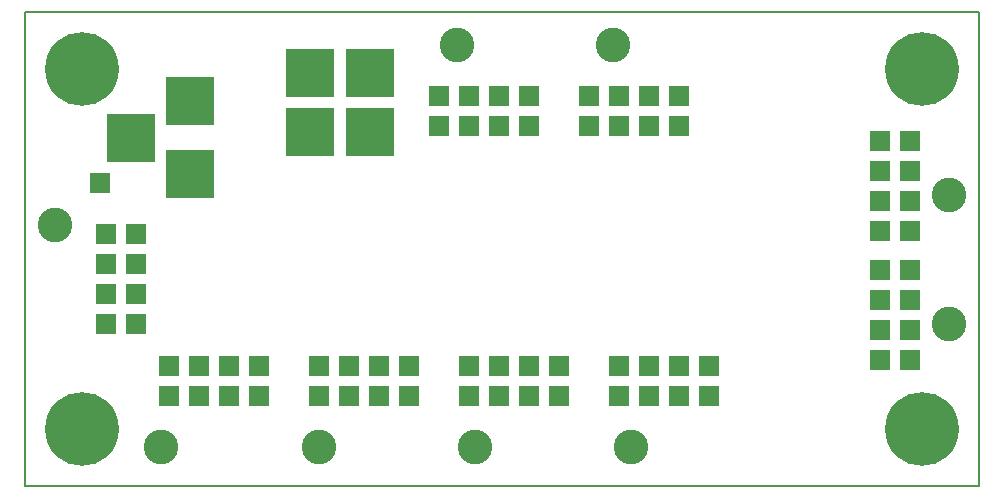
<source format=gbr>
%TF.GenerationSoftware,KiCad,Pcbnew,no-vcs-found-7409~56~ubuntu16.04.1*%
%TF.CreationDate,2017-01-20T13:42:17+01:00*%
%TF.ProjectId,UNIPOWER04A,554E49504F5745523034412E6B696361,rev?*%
%TF.FileFunction,Soldermask,Top*%
%TF.FilePolarity,Negative*%
%FSLAX46Y46*%
G04 Gerber Fmt 4.6, Leading zero omitted, Abs format (unit mm)*
G04 Created by KiCad (PCBNEW no-vcs-found-7409~56~ubuntu16.04.1) date Fri Jan 20 13:42:17 2017*
%MOMM*%
%LPD*%
G01*
G04 APERTURE LIST*
%ADD10C,0.350000*%
%ADD11C,0.150000*%
%ADD12R,4.050000X4.050000*%
%ADD13C,2.940000*%
%ADD14R,1.764000X1.764000*%
%ADD15C,6.240000*%
G04 APERTURE END LIST*
D10*
D11*
X81026000Y254000D02*
X81026000Y40386000D01*
X254000Y254000D02*
X254000Y40386000D01*
X254000Y40386000D02*
X81026000Y40386000D01*
X254000Y254000D02*
X81026000Y254000D01*
D12*
X14224000Y32870000D03*
X14224000Y26670000D03*
X9224000Y29770000D03*
D13*
X2794000Y22352000D03*
X11811000Y3556000D03*
X38354000Y3556000D03*
X50038000Y37592000D03*
X36830000Y37592000D03*
X78486000Y24892000D03*
X25146000Y3556000D03*
X51562000Y3556000D03*
X78486000Y13970000D03*
D14*
X6604000Y25908000D03*
X9652000Y13970000D03*
X7112000Y13970000D03*
X9652000Y16510000D03*
X7112000Y16510000D03*
X9652000Y19050000D03*
X7112000Y19050000D03*
X9652000Y21590000D03*
X7112000Y21590000D03*
X20066000Y10414000D03*
X20066000Y7874000D03*
X17526000Y10414000D03*
X17526000Y7874000D03*
X14986000Y10414000D03*
X14986000Y7874000D03*
X12446000Y10414000D03*
X12446000Y7874000D03*
X37846000Y7874000D03*
X37846000Y10414000D03*
X40386000Y7874000D03*
X40386000Y10414000D03*
X42926000Y7874000D03*
X42926000Y10414000D03*
X45466000Y7874000D03*
X45466000Y10414000D03*
X48006000Y30734000D03*
X48006000Y33274000D03*
X50546000Y30734000D03*
X50546000Y33274000D03*
X53086000Y30734000D03*
X53086000Y33274000D03*
X55626000Y30734000D03*
X55626000Y33274000D03*
X35306000Y30734000D03*
X35306000Y33274000D03*
X37846000Y30734000D03*
X37846000Y33274000D03*
X40386000Y30734000D03*
X40386000Y33274000D03*
X42926000Y30734000D03*
X42926000Y33274000D03*
X75184000Y21844000D03*
X72644000Y21844000D03*
X75184000Y24384000D03*
X72644000Y24384000D03*
X75184000Y26924000D03*
X72644000Y26924000D03*
X75184000Y29464000D03*
X72644000Y29464000D03*
X25146000Y7874000D03*
X25146000Y10414000D03*
X27686000Y7874000D03*
X27686000Y10414000D03*
X30226000Y7874000D03*
X30226000Y10414000D03*
X32766000Y7874000D03*
X32766000Y10414000D03*
X50546000Y7874000D03*
X50546000Y10414000D03*
X53086000Y7874000D03*
X53086000Y10414000D03*
X55626000Y7874000D03*
X55626000Y10414000D03*
X58166000Y7874000D03*
X58166000Y10414000D03*
X75184000Y10922000D03*
X72644000Y10922000D03*
X75184000Y13462000D03*
X72644000Y13462000D03*
X75184000Y16002000D03*
X72644000Y16002000D03*
X75184000Y18542000D03*
X72644000Y18542000D03*
D15*
X76200000Y35560000D03*
X76200000Y5080000D03*
X5080000Y35560000D03*
X5080000Y5080000D03*
D12*
X24384000Y35226000D03*
X24384000Y30226000D03*
X29464000Y30226000D03*
X29464000Y35226000D03*
M02*

</source>
